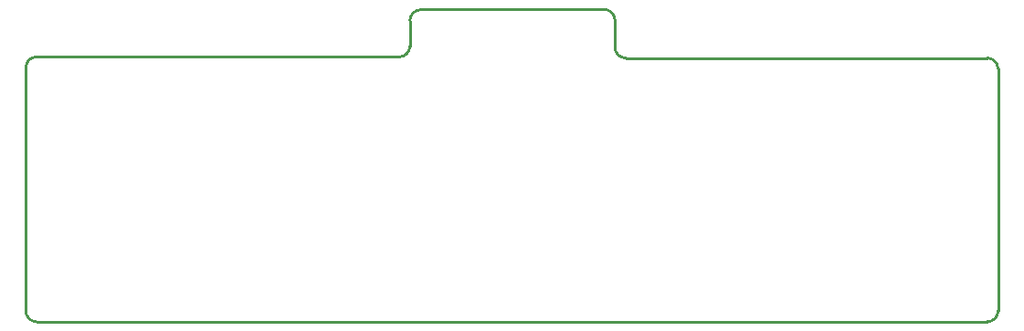
<source format=gm1>
G04 Layer_Color=16711935*
%FSLAX42Y42*%
%MOMM*%
G71*
G01*
G75*
%ADD29C,0.25*%
D29*
X3450Y2460D02*
G03*
X3550Y2560I0J100D01*
G01*
X3652Y2898D02*
G03*
X3550Y2796I0J-102D01*
G01*
X5450Y2549D02*
G03*
X5550Y2449I100J0D01*
G01*
X8901Y0D02*
G03*
X9001Y100I0J100D01*
G01*
X90Y2460D02*
G03*
X-10Y2360I0J-100D01*
G01*
X5450Y2800D02*
G03*
X5350Y2900I-100J-0D01*
G01*
X9001Y2350D02*
G03*
X8900Y2449I-100J-1D01*
G01*
X-10Y100D02*
G03*
X90Y0I100J0D01*
G01*
X3652Y2900D02*
X5350D01*
X-11Y2360D02*
X-10D01*
Y100D02*
Y2360D01*
X90Y2460D02*
Y2460D01*
X3450D01*
X3550Y2560D02*
Y2796D01*
X5450Y2549D02*
Y2800D01*
X5550Y2449D02*
X8900D01*
X9001Y2350D02*
X9001D01*
Y100D02*
Y2350D01*
X90Y0D02*
X8901D01*
M02*

</source>
